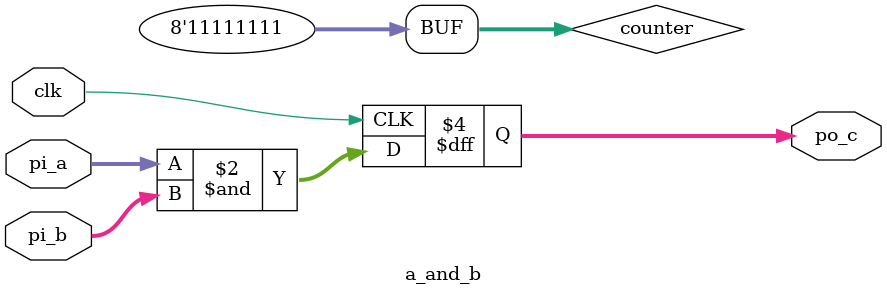
<source format=v>
module  a_and_b(
    input   wire            clk,
    input   wire    [1:0]   pi_a,
    input   wire    [2:0]   pi_b,
    output  reg     [3:0]   po_c
);

parameter W = 15;

reg     [7:0]   counter = 8'd255; // 8'hff //8'b1111_1111
// 8'd81 8'h51 8'b0101_0001
// 255 默认是32bit的
// reg [3:0] counter = 255
// counter = 4'b0001
wire    [W:0]   interface_a;

always @(posedge clk)begin
    po_c <= pi_a & pi_b;
end

endmodule
</source>
